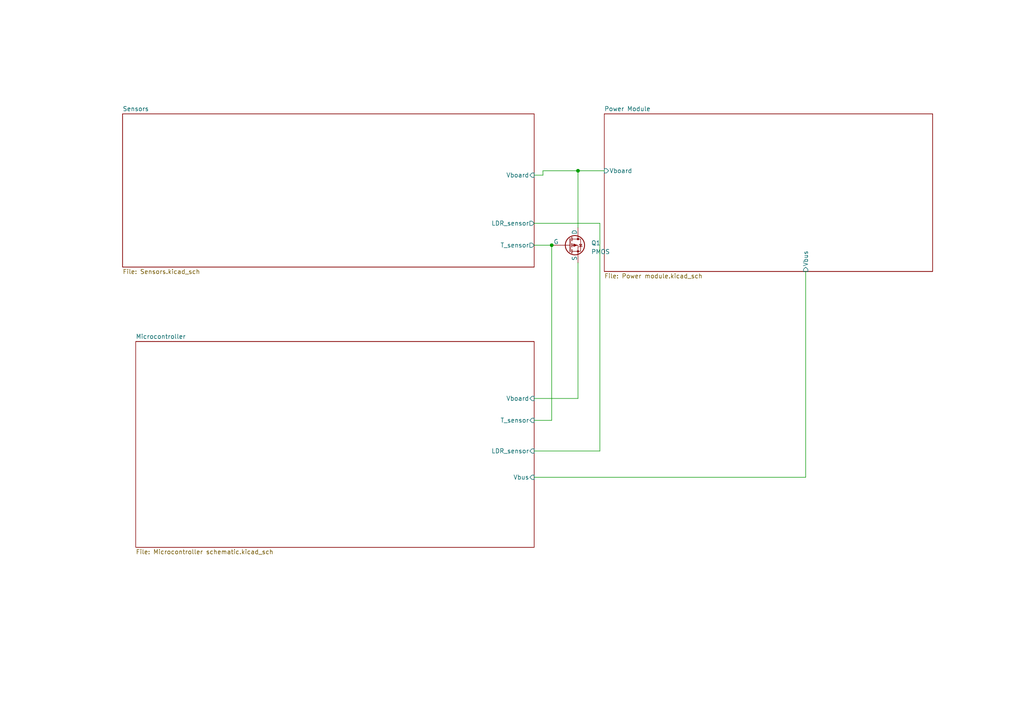
<source format=kicad_sch>
(kicad_sch (version 20230121) (generator eeschema)
  (paper "A4")
  (title_block (title "Full Schematic Group 14") (date "2023-03-12") (rev "Rev A") (company "UCT") (comment 1 "Aimee Simons (SMNAIM002)") (comment 2 "Ashik John (JHNASH009)") (comment 3 "Kudzi Kadzimu (KDZKUD001)"))
  (lib_symbols
    (symbol "Simulation_SPICE:PMOS" (pin_numbers hide) (pin_names (offset 0))
      (property "Reference" "Q" (at 5.08 1.27 0))
      (property "Value" "PMOS" (at 5.08 -1.27 0))
      (symbol "PMOS_0_1"
        (polyline (pts (xy 0.254 0) (xy -2.54 0)))
        (polyline (pts (xy 0.254 1.905) (xy 0.254 -1.905)) (stroke (width 0.254)))
        (polyline (pts (xy 0.762 -1.27) (xy 0.762 -2.286)) (stroke (width 0.254)))
        (polyline (pts (xy 0.762 0.508) (xy 0.762 -0.508)) (stroke (width 0.254)))
        (polyline (pts (xy 0.762 2.286) (xy 0.762 1.27)) (stroke (width 0.254)))
        (polyline (pts (xy 2.54 2.54) (xy 2.54 1.778)))
        (polyline (pts (xy 2.54 -2.54) (xy 2.54 0) (xy 0.762 0)))
        (polyline (pts (xy 0.762 1.778) (xy 3.302 1.778) (xy 3.302 -1.778) (xy 0.762 -1.778)))
        (polyline (pts (xy 2.286 0) (xy 1.27 0.381) (xy 1.27 -0.381) (xy 2.286 0)) (fill (type outline)))
        (polyline (pts (xy 2.794 -0.508) (xy 2.921 -0.381) (xy 3.683 -0.381) (xy 3.81 -0.254)))
        (polyline (pts (xy 3.302 -0.381) (xy 2.921 0.254) (xy 3.683 0.254) (xy 3.302 -0.381)))
        (circle (center 1.651 0) (radius 2.794) (stroke (width 0.254)))
        (circle (center 2.54 -1.778) (radius 0.254) (fill (type outline)))
        (circle (center 2.54 1.778) (radius 0.254) (fill (type outline)))
      )
      (symbol "PMOS_1_1"
        (pin passive line (at 2.54 5.08 270) (length 2.54) (name "D") (number "1"))
        (pin input line (at -5.08 0 0) (length 2.54) (name "G") (number "2"))
        (pin passive line (at 2.54 -5.08 90) (length 2.54) (name "S") (number "3"))
      )
    )
  )
  (junction (at 167.64 49.53))
  (junction (at 160.02 71.12))
  (wire (pts (xy 233.68 138.43) (xy 233.68 78.74)))
  (wire (pts (xy 157.48 49.53) (xy 157.48 50.8)))
  (wire (pts (xy 173.99 64.77) (xy 173.99 130.81)))
  (wire (pts (xy 157.48 50.8) (xy 154.94 50.8)))
  (wire (pts (xy 167.64 49.53) (xy 167.64 66.04)))
  (wire (pts (xy 154.94 64.77) (xy 173.99 64.77)))
  (wire (pts (xy 157.48 49.53) (xy 167.64 49.53)))
  (wire (pts (xy 154.94 121.92) (xy 160.02 121.92)))
  (wire (pts (xy 154.94 115.57) (xy 167.64 115.57)))
  (wire (pts (xy 167.64 49.53) (xy 175.26 49.53)))
  (wire (pts (xy 154.94 71.12) (xy 160.02 71.12)))
  (wire (pts (xy 173.99 130.81) (xy 154.94 130.81)))
  (wire (pts (xy 167.64 76.2) (xy 167.64 115.57)))
  (wire (pts (xy 154.94 138.43) (xy 233.68 138.43)))
  (wire (pts (xy 160.02 71.12) (xy 160.02 121.92)))
  (symbol (lib_id "Simulation_SPICE:PMOS") (at 165.1 71.12 0) (unit 1)
    (property "Reference" "Q1" (at 171.45 70.485 0) (effects (justify left)))
    (property "Value" "PMOS" (at 171.45 73.025 0) (effects (justify left)))
    (property "Footprint" "Package_TO_SOT_THT:TO-3P-3_Vertical" (effects hide))
    (property "Datasheet" "https://ngspice.sourceforge.io/docs/ngspice-manual.pdf" (effects hide))
    (property "Sim.Device" "PMOS" (effects hide))
    (property "Sim.Type" "VDMOS" (effects hide))
    (property "Sim.Pins" "1=D 2=G 3=S" (effects hide))
  )
  (sheet (at 175.26 33.02) (size 95.25 45.72) (stroke (width 0.1524))
    (property "Sheetname" "Power Module" (at 175.26 32.3084 0) (effects (justify left bottom)))
    (property "Sheetfile" "Power module.kicad_sch" (at 175.26 79.3246 0) (effects (justify left top)))
    (pin "Vboard" input (at 175.26 49.53 180))
    (pin "Vbus" input (at 233.68 78.74 270))
  )
  (sheet (at 39.37 99.06) (size 115.57 59.69) (stroke (width 0.1524))
    (property "Sheetname" "Microcontroller" (at 39.37 98.3484 0) (effects (justify left bottom)))
    (property "Sheetfile" "Microcontroller schematic.kicad_sch" (at 39.37 159.3346 0) (effects (justify left top)))
    (pin "Vboard" input (at 154.94 115.57 0))
    (pin "T_sensor" input (at 154.94 121.92 0))
    (pin "LDR_sensor" input (at 154.94 130.81 0))
    (pin "Vbus" input (at 154.94 138.43 0))
  )
  (sheet (at 35.56 33.02) (size 119.38 44.45) (stroke (width 0.1524))
    (property "Sheetname" "Sensors" (at 35.56 32.3084 0) (effects (justify left bottom)))
    (property "Sheetfile" "Sensors.kicad_sch" (at 35.56 78.0546 0) (effects (justify left top)))
    (pin "Vboard" input (at 154.94 50.8 0))
    (pin "LDR_sensor" output (at 154.94 64.77 0))
    (pin "T_sensor" output (at 154.94 71.12 0))
  )
)
</source>
